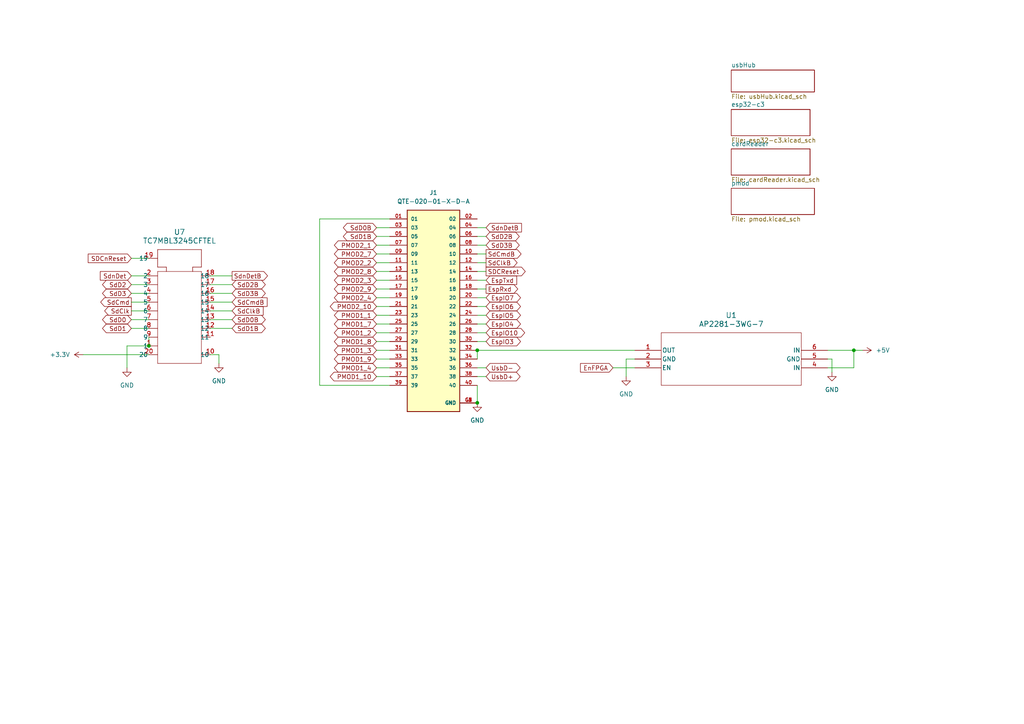
<source format=kicad_sch>
(kicad_sch (version 20230121) (generator eeschema)
  (paper "A4")
  (lib_symbols
    (symbol "addOnTemplate:QTE-020-01-X-D-A" (pin_names (offset 1.016))
      (property "Reference" "J" (at -7.62 28.702 0))
      (property "Value" "QTE-020-01-X-D-A" (at -7.62 -31.242 0))
      (symbol "QTE-020-01-X-D-A_0_0"
        (rectangle (start -7.62 27.94) (end 7.62 -30.48) (stroke (width 0.254)) (fill (type background)))
        (pin passive line (at -12.7 25.4 0) (length 5.08) (name "01") (number "01"))
        (pin passive line (at 12.7 25.4 180) (length 5.08) (name "02") (number "02"))
        (pin passive line (at -12.7 22.86 0) (length 5.08) (name "03") (number "03"))
        (pin passive line (at 12.7 22.86 180) (length 5.08) (name "04") (number "04"))
        (pin passive line (at -12.7 20.32 0) (length 5.08) (name "05") (number "05"))
        (pin passive line (at 12.7 20.32 180) (length 5.08) (name "06") (number "06"))
        (pin passive line (at -12.7 17.78 0) (length 5.08) (name "07") (number "07"))
        (pin passive line (at 12.7 17.78 180) (length 5.08) (name "08") (number "08"))
        (pin passive line (at -12.7 15.24 0) (length 5.08) (name "09") (number "09"))
        (pin passive line (at 12.7 15.24 180) (length 5.08) (name "10") (number "10"))
        (pin passive line (at -12.7 12.7 0) (length 5.08) (name "11") (number "11"))
        (pin passive line (at 12.7 12.7 180) (length 5.08) (name "12") (number "12"))
        (pin passive line (at -12.7 10.16 0) (length 5.08) (name "13") (number "13"))
        (pin passive line (at 12.7 10.16 180) (length 5.08) (name "14") (number "14"))
        (pin passive line (at -12.7 7.62 0) (length 5.08) (name "15") (number "15"))
        (pin passive line (at 12.7 7.62 180) (length 5.08) (name "16") (number "16"))
        (pin passive line (at -12.7 5.08 0) (length 5.08) (name "17") (number "17"))
        (pin passive line (at 12.7 5.08 180) (length 5.08) (name "18") (number "18"))
        (pin passive line (at -12.7 2.54 0) (length 5.08) (name "19") (number "19"))
        (pin passive line (at 12.7 2.54 180) (length 5.08) (name "20") (number "20"))
        (pin passive line (at -12.7 0 0) (length 5.08) (name "21") (number "21"))
        (pin passive line (at 12.7 0 180) (length 5.08) (name "22") (number "22"))
        (pin passive line (at -12.7 -2.54 0) (length 5.08) (name "23") (number "23"))
        (pin passive line (at 12.7 -2.54 180) (length 5.08) (name "24") (number "24"))
        (pin passive line (at -12.7 -5.08 0) (length 5.08) (name "25") (number "25"))
        (pin passive line (at 12.7 -5.08 180) (length 5.08) (name "26") (number "26"))
        (pin passive line (at -12.7 -7.62 0) (length 5.08) (name "27") (number "27"))
        (pin passive line (at 12.7 -7.62 180) (length 5.08) (name "28") (number "28"))
        (pin passive line (at -12.7 -10.16 0) (length 5.08) (name "29") (number "29"))
        (pin passive line (at 12.7 -10.16 180) (length 5.08) (name "30") (number "30"))
        (pin passive line (at -12.7 -12.7 0) (length 5.08) (name "31") (number "31"))
        (pin passive line (at 12.7 -12.7 180) (length 5.08) (name "32") (number "32"))
        (pin passive line (at -12.7 -15.24 0) (length 5.08) (name "33") (number "33"))
        (pin passive line (at 12.7 -15.24 180) (length 5.08) (name "34") (number "34"))
        (pin passive line (at -12.7 -17.78 0) (length 5.08) (name "35") (number "35"))
        (pin passive line (at 12.7 -17.78 180) (length 5.08) (name "36") (number "36"))
        (pin passive line (at -12.7 -20.32 0) (length 5.08) (name "37") (number "37"))
        (pin passive line (at 12.7 -20.32 180) (length 5.08) (name "38") (number "38"))
        (pin passive line (at -12.7 -22.86 0) (length 5.08) (name "39") (number "39"))
        (pin passive line (at 12.7 -22.86 180) (length 5.08) (name "40") (number "40"))
        (pin power_in line (at 12.7 -27.94 180) (length 5.08) (name "GND") (number "G1"))
        (pin power_in line (at 12.7 -27.94 180) (length 5.08) (name "GND") (number "G2"))
        (pin power_in line (at 12.7 -27.94 180) (length 5.08) (name "GND") (number "G3"))
        (pin power_in line (at 12.7 -27.94 180) (length 5.08) (name "GND") (number "G4"))
      )
    )
    (symbol "cpuAddOn:AP2281-3WG-7" (pin_names (offset 0.254))
      (property "Reference" "U" (at 27.94 10.16 0))
      (property "Value" "AP2281-3WG-7" (at 27.94 7.62 0))
      (symbol "AP2281-3WG-7_0_1"
        (polyline (pts (xy 7.62 -10.16) (xy 48.26 -10.16)) (stroke (width 0.127)))
        (polyline (pts (xy 7.62 5.08) (xy 7.62 -10.16)) (stroke (width 0.127)))
        (polyline (pts (xy 48.26 -10.16) (xy 48.26 5.08)) (stroke (width 0.127)))
        (polyline (pts (xy 48.26 5.08) (xy 7.62 5.08)) (stroke (width 0.127)))
        (pin output line (at 0 0 0) (length 7.62) (name "OUT") (number "1"))
        (pin power_in line (at 0 -2.54 0) (length 7.62) (name "GND") (number "2"))
        (pin input line (at 0 -5.08 0) (length 7.62) (name "EN") (number "3"))
        (pin input line (at 55.88 -5.08 180) (length 7.62) (name "IN") (number "4"))
        (pin power_in line (at 55.88 -2.54 180) (length 7.62) (name "GND") (number "5"))
        (pin input line (at 55.88 0 180) (length 7.62) (name "IN") (number "6"))
      )
    )
    (symbol "cpuAddOn:TC7MBL3245CFTEL" (pin_names (offset 0.254))
      (property "Reference" "U" (at 0 0 0))
      (property "Value" "TC7MBL3245CFTEL" (at 0 0 0))
      (symbol "TC7MBL3245CFTEL_0_1"
        (polyline (pts (xy -2.54 -30.48) (xy 0 -30.48)))
        (polyline (pts (xy -2.54 -27.94) (xy 0 -27.94)))
        (polyline (pts (xy -2.54 -25.4) (xy 0 -25.4)))
        (polyline (pts (xy -2.54 -22.86) (xy 0 -22.86)))
        (polyline (pts (xy -2.54 -20.32) (xy 0 -20.32)))
        (polyline (pts (xy -2.54 -17.78) (xy 0 -17.78)))
        (polyline (pts (xy -2.54 -15.24) (xy 0 -15.24)))
        (polyline (pts (xy -2.54 -12.7) (xy 0 -12.7)))
        (polyline (pts (xy -2.54 -10.16) (xy 0 -10.16)))
        (polyline (pts (xy -2.54 -7.62) (xy 0 -7.62)))
        (polyline (pts (xy -2.54 -2.54) (xy 0 -2.54)))
        (polyline (pts (xy 0 -33.02) (xy 0 -6.35)) (stroke (width 0.127)))
        (polyline (pts (xy 0 -6.35) (xy 12.7 -6.35)) (stroke (width 0.127)))
        (polyline (pts (xy 0 -5.08) (xy 0 0)))
        (polyline (pts (xy 0 0) (xy 12.7 0)))
        (polyline (pts (xy 2.54 -5.08) (xy 0 -5.08)))
        (polyline (pts (xy 2.54 -5.08) (xy 2.54 -6.35)))
        (polyline (pts (xy 10.16 -5.08) (xy 10.16 -6.35)))
        (polyline (pts (xy 12.7 -33.02) (xy 0 -33.02)) (stroke (width 0.127)))
        (polyline (pts (xy 12.7 -6.35) (xy 12.7 -33.02)) (stroke (width 0.127)))
        (polyline (pts (xy 12.7 -5.08) (xy 10.16 -5.08)))
        (polyline (pts (xy 12.7 0) (xy 12.7 -5.08)))
        (polyline (pts (xy 15.24 -30.48) (xy 12.7 -30.48)))
        (polyline (pts (xy 15.24 -25.4) (xy 12.7 -25.4)))
        (polyline (pts (xy 15.24 -22.86) (xy 12.7 -22.86)))
        (polyline (pts (xy 15.24 -20.32) (xy 12.7 -20.32)))
        (polyline (pts (xy 15.24 -17.78) (xy 12.7 -17.78)))
        (polyline (pts (xy 15.24 -15.24) (xy 12.7 -15.24)))
        (polyline (pts (xy 15.24 -12.7) (xy 12.7 -12.7)))
        (polyline (pts (xy 15.24 -10.16) (xy 12.7 -10.16)))
        (polyline (pts (xy 15.24 -7.62) (xy 12.7 -7.62)))
        (pin unspecified line (at -2.5146 -27.94 180) (length 0.0254) (name "1") (number "1"))
        (pin unspecified line (at 15.2654 -30.48 180) (length 0.0254) (name "10") (number "10"))
        (pin unspecified line (at 15.2654 -25.4 180) (length 0.0254) (name "11") (number "11"))
        (pin unspecified line (at 15.2654 -22.86 180) (length 0.0254) (name "12") (number "12"))
        (pin unspecified line (at 15.2654 -20.32 180) (length 0.0254) (name "13") (number "13"))
        (pin unspecified line (at 15.2654 -17.78 180) (length 0.0254) (name "14") (number "14"))
        (pin unspecified line (at 15.2654 -15.24 180) (length 0.0254) (name "15") (number "15"))
        (pin unspecified line (at 15.2654 -12.7 180) (length 0.0254) (name "16") (number "16"))
        (pin unspecified line (at 15.2654 -10.16 180) (length 0.0254) (name "17") (number "17"))
        (pin unspecified line (at 15.2654 -7.62 180) (length 0.0254) (name "18") (number "18"))
        (pin unspecified line (at -2.5146 -2.54 180) (length 0.0254) (name "19") (number "19"))
        (pin unspecified line (at -2.5146 -7.62 180) (length 0.0254) (name "2") (number "2"))
        (pin unspecified line (at -2.5146 -30.48 180) (length 0.0254) (name "20") (number "20"))
        (pin unspecified line (at -2.5146 -10.16 180) (length 0.0254) (name "3") (number "3"))
        (pin unspecified line (at -2.5146 -12.7 180) (length 0.0254) (name "4") (number "4"))
        (pin unspecified line (at -2.5146 -15.24 180) (length 0.0254) (name "5") (number "5"))
        (pin unspecified line (at -2.5146 -17.78 180) (length 0.0254) (name "6") (number "6"))
        (pin unspecified line (at -2.5146 -20.32 180) (length 0.0254) (name "7") (number "7"))
        (pin unspecified line (at -2.5146 -22.86 180) (length 0.0254) (name "8") (number "8"))
        (pin unspecified line (at -2.5146 -25.4 180) (length 0.0254) (name "9") (number "9"))
      )
    )
    (symbol "power:+3.3V" (power) (pin_names (offset 0))
      (property "Value" "+3.3V" (at 0 3.556 0))
      (symbol "+3.3V_0_1"
        (polyline (pts (xy -0.762 1.27) (xy 0 2.54)))
        (polyline (pts (xy 0 0) (xy 0 2.54)))
        (polyline (pts (xy 0 2.54) (xy 0.762 1.27)))
      )
      (symbol "+3.3V_1_1"
        (pin power_in line (at 0 0 90) (length 0) hide (name "+3.3V") (number "1"))
      )
    )
    (symbol "power:+5V" (power) (pin_names (offset 0))
      (property "Value" "+5V" (at 0 3.556 0))
      (symbol "+5V_0_1"
        (polyline (pts (xy -0.762 1.27) (xy 0 2.54)))
        (polyline (pts (xy 0 0) (xy 0 2.54)))
        (polyline (pts (xy 0 2.54) (xy 0.762 1.27)))
      )
      (symbol "+5V_1_1"
        (pin power_in line (at 0 0 90) (length 0) hide (name "+5V") (number "1"))
      )
    )
    (symbol "power:GND" (power) (pin_names (offset 0))
      (property "Value" "GND" (at 0 -3.81 0))
      (symbol "GND_0_1"
        (polyline (pts (xy 0 0) (xy 0 -1.27) (xy 1.27 -1.27) (xy 0 -2.54) (xy -1.27 -1.27) (xy 0 -1.27)))
      )
      (symbol "GND_1_1"
        (pin power_in line (at 0 0 270) (length 0) hide (name "GND") (number "1"))
      )
    )
  )
  (junction (at 247.65 101.6))
  (junction (at 138.43 101.6))
  (junction (at 138.43 116.84))
  (junction (at 43.18 100.33))
  (wire (pts (xy 43.18 97.79) (xy 43.18 100.33)))
  (wire (pts (xy 109.22 109.22) (xy 113.03 109.22)))
  (wire (pts (xy 138.43 106.68) (xy 140.97 106.68)))
  (wire (pts (xy 241.3 104.14) (xy 241.3 107.95)))
  (wire (pts (xy 138.43 81.28) (xy 140.97 81.28)))
  (wire (pts (xy 138.43 71.12) (xy 140.97 71.12)))
  (wire (pts (xy 138.43 86.36) (xy 140.97 86.36)))
  (wire (pts (xy 38.1 80.01) (xy 43.2054 80.01)))
  (wire (pts (xy 109.22 73.66) (xy 113.03 73.66)))
  (wire (pts (xy 43.18 100.33) (xy 36.83 100.33)))
  (wire (pts (xy 43.2054 97.79) (xy 43.18 97.79)))
  (wire (pts (xy 138.43 101.6) (xy 138.43 104.14)))
  (wire (pts (xy 43.18 100.33) (xy 43.2054 100.33)))
  (wire (pts (xy 38.1 74.93) (xy 43.2054 74.93)))
  (wire (pts (xy 109.22 88.9) (xy 113.03 88.9)))
  (wire (pts (xy 138.43 68.58) (xy 140.97 68.58)))
  (wire (pts (xy 109.22 66.04) (xy 113.03 66.04)))
  (wire (pts (xy 60.9854 90.17) (xy 67.31 90.17)))
  (wire (pts (xy 60.9854 95.25) (xy 67.31 95.25)))
  (wire (pts (xy 247.65 101.6) (xy 250.19 101.6)))
  (wire (pts (xy 60.9854 85.09) (xy 67.31 85.09)))
  (wire (pts (xy 109.22 86.36) (xy 113.03 86.36)))
  (wire (pts (xy 138.43 73.66) (xy 140.97 73.66)))
  (wire (pts (xy 138.43 76.2) (xy 140.97 76.2)))
  (wire (pts (xy 60.9854 92.71) (xy 67.31 92.71)))
  (wire (pts (xy 109.22 78.74) (xy 113.03 78.74)))
  (wire (pts (xy 138.43 96.52) (xy 140.97 96.52)))
  (wire (pts (xy 138.43 66.04) (xy 140.97 66.04)))
  (wire (pts (xy 109.22 81.28) (xy 113.03 81.28)))
  (wire (pts (xy 247.65 106.68) (xy 247.65 101.6)))
  (wire (pts (xy 240.03 101.6) (xy 247.65 101.6)))
  (wire (pts (xy 92.71 63.5) (xy 113.03 63.5)))
  (wire (pts (xy 138.43 88.9) (xy 140.97 88.9)))
  (wire (pts (xy 138.43 111.76) (xy 138.43 116.84)))
  (wire (pts (xy 92.71 63.5) (xy 92.71 111.76)))
  (wire (pts (xy 38.1 87.63) (xy 43.2054 87.63)))
  (wire (pts (xy 60.9854 80.01) (xy 67.31 80.01)))
  (wire (pts (xy 109.22 106.68) (xy 113.03 106.68)))
  (wire (pts (xy 60.9854 87.63) (xy 67.31 87.63)))
  (wire (pts (xy 138.43 101.6) (xy 184.15 101.6)))
  (wire (pts (xy 60.96 97.79) (xy 60.9854 97.79)))
  (wire (pts (xy 181.61 104.14) (xy 181.61 109.22)))
  (wire (pts (xy 63.5 105.41) (xy 63.5 102.87)))
  (wire (pts (xy 138.43 93.98) (xy 140.97 93.98)))
  (wire (pts (xy 109.22 96.52) (xy 113.03 96.52)))
  (wire (pts (xy 109.22 71.12) (xy 113.03 71.12)))
  (wire (pts (xy 24.13 102.87) (xy 43.2054 102.87)))
  (wire (pts (xy 109.22 99.06) (xy 113.03 99.06)))
  (wire (pts (xy 109.22 93.98) (xy 113.03 93.98)))
  (wire (pts (xy 109.22 68.58) (xy 113.03 68.58)))
  (wire (pts (xy 38.1 92.71) (xy 43.2054 92.71)))
  (wire (pts (xy 60.9854 102.87) (xy 63.5 102.87)))
  (wire (pts (xy 109.22 76.2) (xy 113.03 76.2)))
  (wire (pts (xy 109.22 104.14) (xy 113.03 104.14)))
  (wire (pts (xy 38.1 95.25) (xy 43.2054 95.25)))
  (wire (pts (xy 38.1 85.09) (xy 43.2054 85.09)))
  (wire (pts (xy 109.22 83.82) (xy 113.03 83.82)))
  (wire (pts (xy 109.22 101.6) (xy 113.03 101.6)))
  (wire (pts (xy 109.22 91.44) (xy 113.03 91.44)))
  (wire (pts (xy 240.03 104.14) (xy 241.3 104.14)))
  (wire (pts (xy 60.9854 82.55) (xy 67.31 82.55)))
  (wire (pts (xy 138.43 78.74) (xy 140.97 78.74)))
  (wire (pts (xy 138.43 83.82) (xy 140.97 83.82)))
  (wire (pts (xy 138.43 91.44) (xy 140.97 91.44)))
  (wire (pts (xy 36.83 100.33) (xy 36.83 106.68)))
  (wire (pts (xy 138.43 109.22) (xy 140.97 109.22)))
  (wire (pts (xy 92.71 111.76) (xy 113.03 111.76)))
  (wire (pts (xy 38.1 82.55) (xy 43.2054 82.55)))
  (wire (pts (xy 138.43 99.06) (xy 140.97 99.06)))
  (wire (pts (xy 38.1 90.17) (xy 43.2054 90.17)))
  (wire (pts (xy 184.15 104.14) (xy 181.61 104.14)))
  (wire (pts (xy 177.8 106.68) (xy 184.15 106.68)))
  (wire (pts (xy 240.03 106.68) (xy 247.65 106.68)))
  (global_label "SdD1" (shape bidirectional) (at 38.1 95.25 180) (property "Intersheetrefs" "${INTERSHEET_REFS}" (effects hide)))
  (global_label "SdClk" (shape output) (at 38.1 90.17 180) (property "Intersheetrefs" "${INTERSHEET_REFS}" (effects hide)))
  (global_label "PMOD1_1" (shape bidirectional) (at 109.22 91.44 180) (property "Intersheetrefs" "${INTERSHEET_REFS}" (effects hide)))
  (global_label "EspIO5" (shape bidirectional) (at 140.97 91.44 0) (property "Intersheetrefs" "${INTERSHEET_REFS}" (effects hide)))
  (global_label "SdCmdB" (shape output) (at 140.97 73.66 0) (property "Intersheetrefs" "${INTERSHEET_REFS}" (effects hide)))
  (global_label "PMOD1_8" (shape bidirectional) (at 109.22 99.06 180) (property "Intersheetrefs" "${INTERSHEET_REFS}" (effects hide)))
  (global_label "PMOD1_2" (shape bidirectional) (at 109.22 96.52 180) (property "Intersheetrefs" "${INTERSHEET_REFS}" (effects hide)))
  (global_label "EspIO6" (shape bidirectional) (at 140.97 88.9 0) (property "Intersheetrefs" "${INTERSHEET_REFS}" (effects hide)))
  (global_label "PMOD1_3" (shape bidirectional) (at 109.22 101.6 180) (property "Intersheetrefs" "${INTERSHEET_REFS}" (effects hide)))
  (global_label "SdnDetB" (shape input) (at 140.97 66.04 0) (property "Intersheetrefs" "${INTERSHEET_REFS}" (effects hide)))
  (global_label "EspIO4" (shape bidirectional) (at 140.97 93.98 0) (property "Intersheetrefs" "${INTERSHEET_REFS}" (effects hide)))
  (global_label "SdD0B" (shape bidirectional) (at 67.31 92.71 0) (property "Intersheetrefs" "${INTERSHEET_REFS}" (effects hide)))
  (global_label "PMOD2_7" (shape bidirectional) (at 109.22 73.66 180) (property "Intersheetrefs" "${INTERSHEET_REFS}" (effects hide)))
  (global_label "PMOD1_7" (shape bidirectional) (at 109.22 93.98 180) (property "Intersheetrefs" "${INTERSHEET_REFS}" (effects hide)))
  (global_label "SdD2" (shape bidirectional) (at 38.1 82.55 180) (property "Intersheetrefs" "${INTERSHEET_REFS}" (effects hide)))
  (global_label "PMOD1_10" (shape bidirectional) (at 109.22 109.22 180) (property "Intersheetrefs" "${INTERSHEET_REFS}" (effects hide)))
  (global_label "PMOD1_4" (shape bidirectional) (at 109.22 106.68 180) (property "Intersheetrefs" "${INTERSHEET_REFS}" (effects hide)))
  (global_label "EspIO3" (shape bidirectional) (at 140.97 99.06 0) (property "Intersheetrefs" "${INTERSHEET_REFS}" (effects hide)))
  (global_label "EnFPGA" (shape input) (at 177.8 106.68 180) (property "Intersheetrefs" "${INTERSHEET_REFS}" (effects hide)))
  (global_label "SdnDet" (shape input) (at 38.1 80.01 180) (property "Intersheetrefs" "${INTERSHEET_REFS}" (effects hide)))
  (global_label "PMOD2_4" (shape bidirectional) (at 109.22 86.36 180) (property "Intersheetrefs" "${INTERSHEET_REFS}" (effects hide)))
  (global_label "SdD3B" (shape bidirectional) (at 140.97 71.12 0) (property "Intersheetrefs" "${INTERSHEET_REFS}" (effects hide)))
  (global_label "SdCmdB" (shape input) (at 67.31 87.63 0) (property "Intersheetrefs" "${INTERSHEET_REFS}" (effects hide)))
  (global_label "SdnDetB" (shape output) (at 67.31 80.01 0) (property "Intersheetrefs" "${INTERSHEET_REFS}" (effects hide)))
  (global_label "SdCmd" (shape output) (at 38.1 87.63 180) (property "Intersheetrefs" "${INTERSHEET_REFS}" (effects hide)))
  (global_label "SdD3B" (shape bidirectional) (at 67.31 85.09 0) (property "Intersheetrefs" "${INTERSHEET_REFS}" (effects hide)))
  (global_label "SdD1B" (shape bidirectional) (at 109.22 68.58 180) (property "Intersheetrefs" "${INTERSHEET_REFS}" (effects hide)))
  (global_label "SdD0" (shape bidirectional) (at 38.1 92.71 180) (property "Intersheetrefs" "${INTERSHEET_REFS}" (effects hide)))
  (global_label "UsbD-" (shape bidirectional) (at 140.97 106.68 0) (property "Intersheetrefs" "${INTERSHEET_REFS}" (effects hide)))
  (global_label "SdD1B" (shape bidirectional) (at 67.31 95.25 0) (property "Intersheetrefs" "${INTERSHEET_REFS}" (effects hide)))
  (global_label "PMOD1_9" (shape bidirectional) (at 109.22 104.14 180) (property "Intersheetrefs" "${INTERSHEET_REFS}" (effects hide)))
  (global_label "SdD3" (shape bidirectional) (at 38.1 85.09 180) (property "Intersheetrefs" "${INTERSHEET_REFS}" (effects hide)))
  (global_label "SdD0B" (shape bidirectional) (at 109.22 66.04 180) (property "Intersheetrefs" "${INTERSHEET_REFS}" (effects hide)))
  (global_label "SdD2B" (shape bidirectional) (at 140.97 68.58 0) (property "Intersheetrefs" "${INTERSHEET_REFS}" (effects hide)))
  (global_label "SDCnReset" (shape input) (at 38.1 74.93 180) (property "Intersheetrefs" "${INTERSHEET_REFS}" (effects hide)))
  (global_label "PMOD2_2" (shape bidirectional) (at 109.22 76.2 180) (property "Intersheetrefs" "${INTERSHEET_REFS}" (effects hide)))
  (global_label "PMOD2_9" (shape bidirectional) (at 109.22 83.82 180) (property "Intersheetrefs" "${INTERSHEET_REFS}" (effects hide)))
  (global_label "PMOD2_10" (shape bidirectional) (at 109.22 88.9 180) (property "Intersheetrefs" "${INTERSHEET_REFS}" (effects hide)))
  (global_label "EspTxd" (shape input) (at 140.97 81.28 0) (property "Intersheetrefs" "${INTERSHEET_REFS}" (effects hide)))
  (global_label "SDCReset" (shape output) (at 140.97 78.74 0) (property "Intersheetrefs" "${INTERSHEET_REFS}" (effects hide)))
  (global_label "SdClkB" (shape output) (at 140.97 76.2 0) (property "Intersheetrefs" "${INTERSHEET_REFS}" (effects hide)))
  (global_label "PMOD2_3" (shape bidirectional) (at 109.22 81.28 180) (property "Intersheetrefs" "${INTERSHEET_REFS}" (effects hide)))
  (global_label "SdClkB" (shape input) (at 67.31 90.17 0) (property "Intersheetrefs" "${INTERSHEET_REFS}" (effects hide)))
  (global_label "PMOD2_1" (shape bidirectional) (at 109.22 71.12 180) (property "Intersheetrefs" "${INTERSHEET_REFS}" (effects hide)))
  (global_label "EspRxd" (shape output) (at 140.97 83.82 0) (property "Intersheetrefs" "${INTERSHEET_REFS}" (effects hide)))
  (global_label "EspIO10" (shape bidirectional) (at 140.97 96.52 0) (property "Intersheetrefs" "${INTERSHEET_REFS}" (effects hide)))
  (global_label "EspIO7" (shape bidirectional) (at 140.97 86.36 0) (property "Intersheetrefs" "${INTERSHEET_REFS}" (effects hide)))
  (global_label "PMOD2_8" (shape bidirectional) (at 109.22 78.74 180) (property "Intersheetrefs" "${INTERSHEET_REFS}" (effects hide)))
  (global_label "SdD2B" (shape bidirectional) (at 67.31 82.55 0) (property "Intersheetrefs" "${INTERSHEET_REFS}" (effects hide)))
  (global_label "UsbD+" (shape bidirectional) (at 140.97 109.22 0) (property "Intersheetrefs" "${INTERSHEET_REFS}" (effects hide)))
  (symbol (lib_id "power:GND") (at 181.61 109.22 0) (unit 1)
    (property "Reference" "#PWR03" (effects hide))
    (property "Value" "GND" (at 181.61 114.3 0))
  )
  (symbol (lib_id "power:GND") (at 63.5 105.41 0) (unit 1)
    (property "Reference" "#PWR029" (effects hide))
    (property "Value" "GND" (at 63.5 110.49 0))
  )
  (symbol (lib_id "power:GND") (at 138.43 116.84 0) (unit 1)
    (property "Reference" "#PWR01" (effects hide))
    (property "Value" "GND" (at 138.43 121.92 0))
  )
  (symbol (lib_id "power:+3.3V") (at 24.13 102.87 90) (unit 1)
    (property "Reference" "#PWR062" (effects hide))
    (property "Value" "+3.3V" (at 20.32 102.87 90) (effects (justify left)))
  )
  (symbol (lib_id "power:GND") (at 241.3 107.95 0) (unit 1)
    (property "Reference" "#PWR04" (effects hide))
    (property "Value" "GND" (at 241.3 113.03 0))
  )
  (symbol (lib_id "cpuAddOn:TC7MBL3245CFTEL") (at 45.72 72.39 0) (unit 1)
    (property "Reference" "U7" (at 52.07 67.31 0) (effects (font (size 1.524 1.524))))
    (property "Value" "TC7MBL3245CFTEL" (at 52.07 69.85 0) (effects (font (size 1.524 1.524))))
    (property "Footprint" "addOnTemplate:TSSOP20_TOS" (effects hide))
    (property "Datasheet" "TC7MBL3245CFTEL" (effects hide))
  )
  (symbol (lib_id "power:GND") (at 36.83 106.68 0) (unit 1)
    (property "Reference" "#PWR063" (effects hide))
    (property "Value" "GND" (at 36.83 111.76 0))
  )
  (symbol (lib_id "power:+5V") (at 250.19 101.6 270) (unit 1)
    (property "Reference" "#PWR05" (effects hide))
    (property "Value" "+5V" (at 254 101.6 90) (effects (justify left)))
  )
  (symbol (lib_id "cpuAddOn:AP2281-3WG-7") (at 184.15 101.6 0) (unit 1)
    (property "Reference" "U1" (at 212.09 91.44 0) (effects (font (size 1.524 1.524))))
    (property "Value" "AP2281-3WG-7" (at 212.09 93.98 0) (effects (font (size 1.524 1.524))))
    (property "Footprint" "cpuAddOn:SOT26_DIO" (effects hide))
    (property "Datasheet" "AP2281-3WG-7" (effects hide))
  )
  (symbol (lib_id "addOnTemplate:QTE-020-01-X-D-A") (at 125.73 88.9 0) (unit 1)
    (property "Reference" "J1" (at 125.73 55.88 0))
    (property "Value" "QTE-020-01-X-D-A" (at 125.73 58.42 0))
    (property "Footprint" "addOnTemplate:SAMTEC_QTE-020-01-X-D-A" (effects hide))
    (property "PARTREV" "K" (effects hide))
    (property "MANUFACTURER" "Samtec" (effects hide))
    (property "MAXIMUM_PACKAGE_HEIGHT" "4.347 mm" (effects hide))
    (property "STANDARD" "Manufacturer Recommendations" (effects hide))
  )
  (sheet (at 212.09 43.18) (size 22.86 7.62) (stroke (width 0.1524))
    (property "Sheetname" "cardReader" (at 212.09 42.4684 0) (effects (justify left bottom)))
    (property "Sheetfile" "cardReader.kicad_sch" (at 212.09 51.3846 0) (effects (justify left top)))
  )
  (sheet (at 212.09 31.75) (size 22.86 7.62) (stroke (width 0.1524))
    (property "Sheetname" "esp32-c3" (at 212.09 31.0384 0) (effects (justify left bottom)))
    (property "Sheetfile" "esp32-c3.kicad_sch" (at 212.09 39.9546 0) (effects (justify left top)))
  )
  (sheet (at 212.09 20.32) (size 24.13 6.35) (stroke (width 0.1524))
    (property "Sheetname" "usbHub" (at 212.09 19.6084 0) (effects (justify left bottom)))
    (property "Sheetfile" "usbHub.kicad_sch" (at 212.09 27.2546 0) (effects (justify left top)))
  )
  (sheet (at 212.09 54.61) (size 24.13 7.62) (stroke (width 0.1524))
    (property "Sheetname" "pmod" (at 212.09 53.8984 0) (effects (justify left bottom)))
    (property "Sheetfile" "pmod.kicad_sch" (at 212.09 62.8146 0) (effects (justify left top)))
  )
)
</source>
